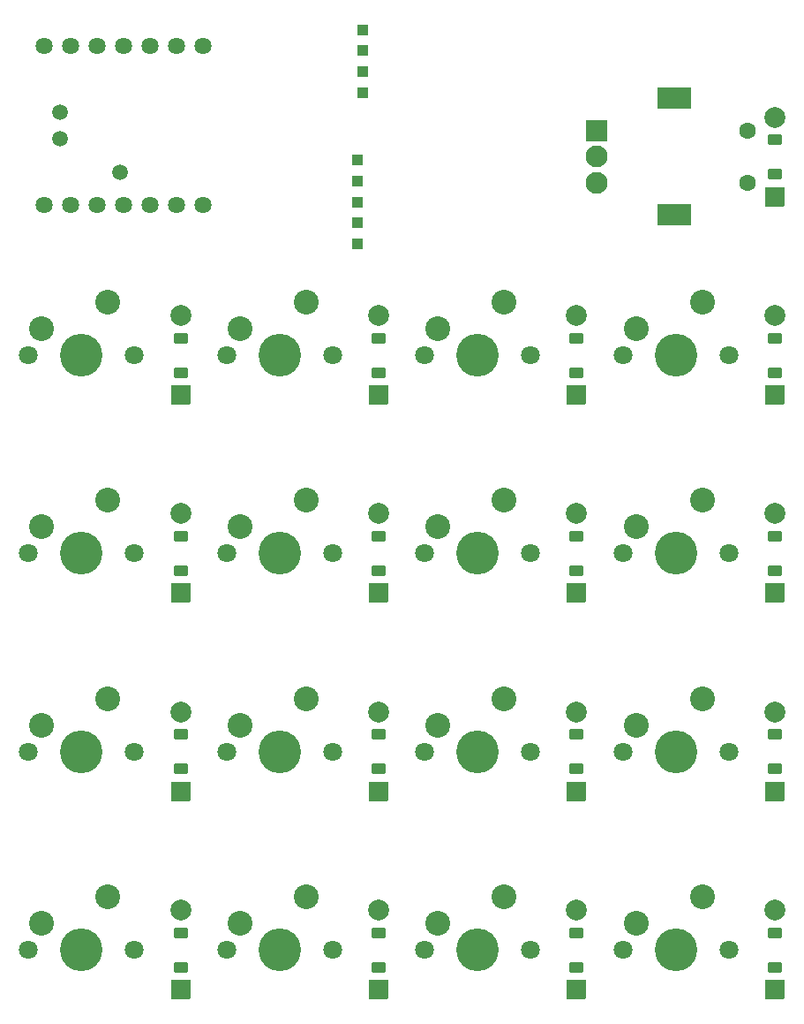
<source format=gbr>
%TF.GenerationSoftware,KiCad,Pcbnew,8.0.5*%
%TF.CreationDate,2024-10-25T18:54:30-04:00*%
%TF.ProjectId,macropad,6d616372-6f70-4616-942e-6b696361645f,v1.0.0*%
%TF.SameCoordinates,Original*%
%TF.FileFunction,Soldermask,Bot*%
%TF.FilePolarity,Negative*%
%FSLAX46Y46*%
G04 Gerber Fmt 4.6, Leading zero omitted, Abs format (unit mm)*
G04 Created by KiCad (PCBNEW 8.0.5) date 2024-10-25 18:54:30*
%MOMM*%
%LPD*%
G01*
G04 APERTURE LIST*
G04 Aperture macros list*
%AMRoundRect*
0 Rectangle with rounded corners*
0 $1 Rounding radius*
0 $2 $3 $4 $5 $6 $7 $8 $9 X,Y pos of 4 corners*
0 Add a 4 corners polygon primitive as box body*
4,1,4,$2,$3,$4,$5,$6,$7,$8,$9,$2,$3,0*
0 Add four circle primitives for the rounded corners*
1,1,$1+$1,$2,$3*
1,1,$1+$1,$4,$5*
1,1,$1+$1,$6,$7*
1,1,$1+$1,$8,$9*
0 Add four rect primitives between the rounded corners*
20,1,$1+$1,$2,$3,$4,$5,0*
20,1,$1+$1,$4,$5,$6,$7,0*
20,1,$1+$1,$6,$7,$8,$9,0*
20,1,$1+$1,$8,$9,$2,$3,0*%
G04 Aperture macros list end*
%ADD10C,1.801800*%
%ADD11C,4.087800*%
%ADD12C,2.386000*%
%ADD13RoundRect,0.050000X0.889000X-0.889000X0.889000X0.889000X-0.889000X0.889000X-0.889000X-0.889000X0*%
%ADD14RoundRect,0.050000X0.600000X-0.450000X0.600000X0.450000X-0.600000X0.450000X-0.600000X-0.450000X0*%
%ADD15C,2.005000*%
%ADD16RoundRect,0.050000X-1.600000X-1.000000X1.600000X-1.000000X1.600000X1.000000X-1.600000X1.000000X0*%
%ADD17C,1.600000*%
%ADD18RoundRect,0.050000X-1.000000X-1.000000X1.000000X-1.000000X1.000000X1.000000X-1.000000X1.000000X0*%
%ADD19C,2.100000*%
%ADD20C,1.630000*%
%ADD21C,1.500000*%
%ADD22RoundRect,0.050000X0.500000X0.500000X-0.500000X0.500000X-0.500000X-0.500000X0.500000X-0.500000X0*%
G04 APERTURE END LIST*
D10*
%TO.C,S14*%
X140920000Y-104190000D03*
D11*
X146000000Y-104190000D03*
D10*
X151080000Y-104190000D03*
D12*
X148540000Y-99110000D03*
X142190000Y-101650000D03*
%TD*%
D13*
%TO.C,D10*%
X136500000Y-108000000D03*
D14*
X136500000Y-105840000D03*
X136500000Y-102540000D03*
D15*
X136500000Y-100380000D03*
%TD*%
D10*
%TO.C,S5*%
X102920000Y-123190000D03*
D11*
X108000000Y-123190000D03*
D10*
X113080000Y-123190000D03*
D12*
X110540000Y-118110000D03*
X104190000Y-120650000D03*
%TD*%
D10*
%TO.C,S2*%
X83920000Y-104190000D03*
D11*
X89000000Y-104190000D03*
D10*
X94080000Y-104190000D03*
D12*
X91540000Y-99110000D03*
X85190000Y-101650000D03*
%TD*%
D10*
%TO.C,S7*%
X102920000Y-85190000D03*
D11*
X108000000Y-85190000D03*
D10*
X113080000Y-85190000D03*
D12*
X110540000Y-80110000D03*
X104190000Y-82650000D03*
%TD*%
D10*
%TO.C,S12*%
X121920000Y-66190000D03*
D11*
X127000000Y-66190000D03*
D10*
X132080000Y-66190000D03*
D12*
X129540000Y-61110000D03*
X123190000Y-63650000D03*
%TD*%
D10*
%TO.C,S13*%
X140920000Y-123190000D03*
D11*
X146000000Y-123190000D03*
D10*
X151080000Y-123190000D03*
D12*
X148540000Y-118110000D03*
X142190000Y-120650000D03*
%TD*%
D13*
%TO.C,D13*%
X155500000Y-127000000D03*
D14*
X155500000Y-124840000D03*
X155500000Y-121540000D03*
D15*
X155500000Y-119380000D03*
%TD*%
D10*
%TO.C,S11*%
X121920000Y-85190000D03*
D11*
X127000000Y-85190000D03*
D10*
X132080000Y-85190000D03*
D12*
X129540000Y-80110000D03*
X123190000Y-82650000D03*
%TD*%
D10*
%TO.C,S15*%
X140920000Y-85190000D03*
D11*
X146000000Y-85190000D03*
D10*
X151080000Y-85190000D03*
D12*
X148540000Y-80110000D03*
X142190000Y-82650000D03*
%TD*%
D13*
%TO.C,D2*%
X98500000Y-108000000D03*
D14*
X98500000Y-105840000D03*
X98500000Y-102540000D03*
D15*
X98500000Y-100380000D03*
%TD*%
D13*
%TO.C,D9*%
X136500000Y-127000000D03*
D14*
X136500000Y-124840000D03*
X136500000Y-121540000D03*
D15*
X136500000Y-119380000D03*
%TD*%
D16*
%TO.C,ROT1*%
X145880000Y-41550000D03*
X145880000Y-52750000D03*
D17*
X152880000Y-44650000D03*
X152880000Y-49650000D03*
D18*
X138380000Y-44650000D03*
D19*
X138380000Y-49650000D03*
X138380000Y-47150000D03*
%TD*%
D13*
%TO.C,D4*%
X98500000Y-70000000D03*
D14*
X98500000Y-67840000D03*
X98500000Y-64540000D03*
D15*
X98500000Y-62380000D03*
%TD*%
D13*
%TO.C,D14*%
X155500000Y-108000000D03*
D14*
X155500000Y-105840000D03*
X155500000Y-102540000D03*
D15*
X155500000Y-100380000D03*
%TD*%
D13*
%TO.C,D15*%
X155500000Y-89000000D03*
D14*
X155500000Y-86840000D03*
X155500000Y-83540000D03*
D15*
X155500000Y-81380000D03*
%TD*%
D13*
%TO.C,D6*%
X117500000Y-108000000D03*
D14*
X117500000Y-105840000D03*
X117500000Y-102540000D03*
D15*
X117500000Y-100380000D03*
%TD*%
D10*
%TO.C,S6*%
X102920000Y-104190000D03*
D11*
X108000000Y-104190000D03*
D10*
X113080000Y-104190000D03*
D12*
X110540000Y-99110000D03*
X104190000Y-101650000D03*
%TD*%
D13*
%TO.C,D3*%
X98500000Y-89000000D03*
D14*
X98500000Y-86840000D03*
X98500000Y-83540000D03*
D15*
X98500000Y-81380000D03*
%TD*%
D13*
%TO.C,D8*%
X117500000Y-70000000D03*
D14*
X117500000Y-67840000D03*
X117500000Y-64540000D03*
D15*
X117500000Y-62380000D03*
%TD*%
D20*
%TO.C,_1*%
X85380000Y-51810000D03*
X87920000Y-51810000D03*
X90460000Y-51810000D03*
X93000000Y-51810000D03*
X95540000Y-51810000D03*
X98080000Y-51810000D03*
X100620000Y-51810000D03*
D21*
X92683000Y-48635000D03*
X86967000Y-45460000D03*
X86967000Y-42920000D03*
D20*
X85380000Y-36570000D03*
X87920000Y-36570000D03*
X90460000Y-36570000D03*
X93000000Y-36570000D03*
X95540000Y-36570000D03*
X98080000Y-36570000D03*
X100620000Y-36570000D03*
%TD*%
D10*
%TO.C,S10*%
X121920000Y-104190000D03*
D11*
X127000000Y-104190000D03*
D10*
X132080000Y-104190000D03*
D12*
X129540000Y-99110000D03*
X123190000Y-101650000D03*
%TD*%
D10*
%TO.C,S1*%
X83920000Y-123190000D03*
D11*
X89000000Y-123190000D03*
D10*
X94080000Y-123190000D03*
D12*
X91540000Y-118110000D03*
X85190000Y-120650000D03*
%TD*%
D13*
%TO.C,D11*%
X136500000Y-89000000D03*
D14*
X136500000Y-86840000D03*
X136500000Y-83540000D03*
D15*
X136500000Y-81380000D03*
%TD*%
D10*
%TO.C,S16*%
X140920000Y-66190000D03*
D11*
X146000000Y-66190000D03*
D10*
X151080000Y-66190000D03*
D12*
X148540000Y-61110000D03*
X142190000Y-63650000D03*
%TD*%
D13*
%TO.C,D12*%
X136500000Y-70000000D03*
D14*
X136500000Y-67840000D03*
X136500000Y-64540000D03*
D15*
X136500000Y-62380000D03*
%TD*%
D13*
%TO.C,D5*%
X117500000Y-127000000D03*
D14*
X117500000Y-124840000D03*
X117500000Y-121540000D03*
D15*
X117500000Y-119380000D03*
%TD*%
D10*
%TO.C,S4*%
X83920000Y-66190000D03*
D11*
X89000000Y-66190000D03*
D10*
X94080000Y-66190000D03*
D12*
X91540000Y-61110000D03*
X85190000Y-63650000D03*
%TD*%
D10*
%TO.C,S9*%
X121920000Y-123190000D03*
D11*
X127000000Y-123190000D03*
D10*
X132080000Y-123190000D03*
D12*
X129540000Y-118110000D03*
X123190000Y-120650000D03*
%TD*%
D13*
%TO.C,D7*%
X117500000Y-89000000D03*
D14*
X117500000Y-86840000D03*
X117500000Y-83540000D03*
D15*
X117500000Y-81380000D03*
%TD*%
D10*
%TO.C,S8*%
X102920000Y-66190000D03*
D11*
X108000000Y-66190000D03*
D10*
X113080000Y-66190000D03*
D12*
X110540000Y-61110000D03*
X104190000Y-63650000D03*
%TD*%
D13*
%TO.C,D16*%
X155500000Y-70000000D03*
D14*
X155500000Y-67840000D03*
X155500000Y-64540000D03*
D15*
X155500000Y-62380000D03*
%TD*%
D10*
%TO.C,S3*%
X83920000Y-85190000D03*
D11*
X89000000Y-85190000D03*
D10*
X94080000Y-85190000D03*
D12*
X91540000Y-80110000D03*
X85190000Y-82650000D03*
%TD*%
D13*
%TO.C,D17*%
X155500000Y-51000000D03*
D14*
X155500000Y-48840000D03*
X155500000Y-45540000D03*
D15*
X155500000Y-43380000D03*
%TD*%
D13*
%TO.C,D1*%
X98500000Y-127000000D03*
D14*
X98500000Y-124840000D03*
X98500000Y-121540000D03*
D15*
X98500000Y-119380000D03*
%TD*%
D22*
%TO.C,REF\u002A\u002A*%
X116000000Y-37000000D03*
%TD*%
%TO.C,REF\u002A\u002A*%
X116000000Y-39000000D03*
%TD*%
%TO.C,REF\u002A\u002A*%
X115500000Y-47500000D03*
%TD*%
%TO.C,REF\u002A\u002A*%
X116000000Y-35000000D03*
%TD*%
%TO.C,REF\u002A\u002A*%
X115500000Y-55500000D03*
%TD*%
%TO.C,REF\u002A\u002A*%
X115500000Y-53500000D03*
%TD*%
%TO.C,REF\u002A\u002A*%
X116000000Y-41000000D03*
%TD*%
%TO.C,REF\u002A\u002A*%
X115500000Y-51500000D03*
%TD*%
%TO.C,REF\u002A\u002A*%
X115500000Y-49500000D03*
%TD*%
M02*

</source>
